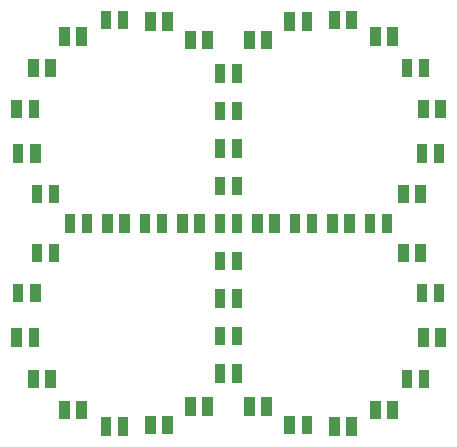
<source format=gbr>
G04 #@! TF.GenerationSoftware,KiCad,Pcbnew,5.0.2+dfsg1-1~bpo9+1*
G04 #@! TF.CreationDate,2019-04-08T01:26:04+03:00*
G04 #@! TF.ProjectId,kicad,6b696361-642e-46b6-9963-61645f706362,rev?*
G04 #@! TF.SameCoordinates,Original*
G04 #@! TF.FileFunction,Soldermask,Top*
G04 #@! TF.FilePolarity,Negative*
%FSLAX46Y46*%
G04 Gerber Fmt 4.6, Leading zero omitted, Abs format (unit mm)*
G04 Created by KiCad (PCBNEW 5.0.2+dfsg1-1~bpo9+1) date Mon 08 Apr 2019 01:26:04 AM MSK*
%MOMM*%
%LPD*%
G01*
G04 APERTURE LIST*
%ADD10C,0.100000*%
G04 APERTURE END LIST*
D10*
G36*
X115218507Y-121333679D02*
X114317707Y-121333679D01*
X114317707Y-119782879D01*
X115218507Y-119782879D01*
X115218507Y-121333679D01*
X115218507Y-121333679D01*
G37*
G36*
X133100292Y-121333679D02*
X132199492Y-121333679D01*
X132199492Y-119782879D01*
X133100292Y-119782879D01*
X133100292Y-121333679D01*
X133100292Y-121333679D01*
G37*
G36*
X134550292Y-121333679D02*
X133649492Y-121333679D01*
X133649492Y-119782879D01*
X134550292Y-119782879D01*
X134550292Y-121333679D01*
X134550292Y-121333679D01*
G37*
G36*
X113768507Y-121333679D02*
X112867707Y-121333679D01*
X112867707Y-119782879D01*
X113768507Y-119782879D01*
X113768507Y-121333679D01*
X113768507Y-121333679D01*
G37*
G36*
X129341831Y-121224319D02*
X128441031Y-121224319D01*
X128441031Y-119673519D01*
X129341831Y-119673519D01*
X129341831Y-121224319D01*
X129341831Y-121224319D01*
G37*
G36*
X118976968Y-121224319D02*
X118076168Y-121224319D01*
X118076168Y-119673519D01*
X118976968Y-119673519D01*
X118976968Y-121224319D01*
X118976968Y-121224319D01*
G37*
G36*
X130791831Y-121224319D02*
X129891031Y-121224319D01*
X129891031Y-119673519D01*
X130791831Y-119673519D01*
X130791831Y-121224319D01*
X130791831Y-121224319D01*
G37*
G36*
X117526968Y-121224319D02*
X116626168Y-121224319D01*
X116626168Y-119673519D01*
X117526968Y-119673519D01*
X117526968Y-121224319D01*
X117526968Y-121224319D01*
G37*
G36*
X138044687Y-119945445D02*
X137143887Y-119945445D01*
X137143887Y-118394645D01*
X138044687Y-118394645D01*
X138044687Y-119945445D01*
X138044687Y-119945445D01*
G37*
G36*
X136594687Y-119945445D02*
X135693887Y-119945445D01*
X135693887Y-118394645D01*
X136594687Y-118394645D01*
X136594687Y-119945445D01*
X136594687Y-119945445D01*
G37*
G36*
X110274112Y-119945445D02*
X109373312Y-119945445D01*
X109373312Y-118394645D01*
X110274112Y-118394645D01*
X110274112Y-119945445D01*
X110274112Y-119945445D01*
G37*
G36*
X111724112Y-119945445D02*
X110823312Y-119945445D01*
X110823312Y-118394645D01*
X111724112Y-118394645D01*
X111724112Y-119945445D01*
X111724112Y-119945445D01*
G37*
G36*
X120934733Y-119635252D02*
X120033933Y-119635252D01*
X120033933Y-118084452D01*
X120934733Y-118084452D01*
X120934733Y-119635252D01*
X120934733Y-119635252D01*
G37*
G36*
X127384066Y-119635252D02*
X126483266Y-119635252D01*
X126483266Y-118084452D01*
X127384066Y-118084452D01*
X127384066Y-119635252D01*
X127384066Y-119635252D01*
G37*
G36*
X125934066Y-119635252D02*
X125033266Y-119635252D01*
X125033266Y-118084452D01*
X125934066Y-118084452D01*
X125934066Y-119635252D01*
X125934066Y-119635252D01*
G37*
G36*
X122384733Y-119635252D02*
X121483933Y-119635252D01*
X121483933Y-118084452D01*
X122384733Y-118084452D01*
X122384733Y-119635252D01*
X122384733Y-119635252D01*
G37*
G36*
X109065354Y-117286687D02*
X108164554Y-117286687D01*
X108164554Y-115735887D01*
X109065354Y-115735887D01*
X109065354Y-117286687D01*
X109065354Y-117286687D01*
G37*
G36*
X139253445Y-117286687D02*
X138352645Y-117286687D01*
X138352645Y-115735887D01*
X139253445Y-115735887D01*
X139253445Y-117286687D01*
X139253445Y-117286687D01*
G37*
G36*
X140703445Y-117286687D02*
X139802645Y-117286687D01*
X139802645Y-115735887D01*
X140703445Y-115735887D01*
X140703445Y-117286687D01*
X140703445Y-117286687D01*
G37*
G36*
X107615354Y-117286687D02*
X106714554Y-117286687D01*
X106714554Y-115735887D01*
X107615354Y-115735887D01*
X107615354Y-117286687D01*
X107615354Y-117286687D01*
G37*
G36*
X124884400Y-116826400D02*
X123983600Y-116826400D01*
X123983600Y-115275600D01*
X124884400Y-115275600D01*
X124884400Y-116826400D01*
X124884400Y-116826400D01*
G37*
G36*
X123434400Y-116826400D02*
X122533600Y-116826400D01*
X122533600Y-115275600D01*
X123434400Y-115275600D01*
X123434400Y-116826400D01*
X123434400Y-116826400D01*
G37*
G36*
X107677120Y-113792292D02*
X106776320Y-113792292D01*
X106776320Y-112241492D01*
X107677120Y-112241492D01*
X107677120Y-113792292D01*
X107677120Y-113792292D01*
G37*
G36*
X106227120Y-113792292D02*
X105326320Y-113792292D01*
X105326320Y-112241492D01*
X106227120Y-112241492D01*
X106227120Y-113792292D01*
X106227120Y-113792292D01*
G37*
G36*
X142091679Y-113792292D02*
X141190879Y-113792292D01*
X141190879Y-112241492D01*
X142091679Y-112241492D01*
X142091679Y-113792292D01*
X142091679Y-113792292D01*
G37*
G36*
X140641679Y-113792292D02*
X139740879Y-113792292D01*
X139740879Y-112241492D01*
X140641679Y-112241492D01*
X140641679Y-113792292D01*
X140641679Y-113792292D01*
G37*
G36*
X123434400Y-113651399D02*
X122533600Y-113651399D01*
X122533600Y-112100599D01*
X123434400Y-112100599D01*
X123434400Y-113651399D01*
X123434400Y-113651399D01*
G37*
G36*
X124884400Y-113651399D02*
X123983600Y-113651399D01*
X123983600Y-112100599D01*
X124884400Y-112100599D01*
X124884400Y-113651399D01*
X124884400Y-113651399D01*
G37*
G36*
X124884400Y-110476400D02*
X123983600Y-110476400D01*
X123983600Y-108925600D01*
X124884400Y-108925600D01*
X124884400Y-110476400D01*
X124884400Y-110476400D01*
G37*
G36*
X123434400Y-110476400D02*
X122533600Y-110476400D01*
X122533600Y-108925600D01*
X123434400Y-108925600D01*
X123434400Y-110476400D01*
X123434400Y-110476400D01*
G37*
G36*
X106336480Y-110033831D02*
X105435680Y-110033831D01*
X105435680Y-108483031D01*
X106336480Y-108483031D01*
X106336480Y-110033831D01*
X106336480Y-110033831D01*
G37*
G36*
X140532319Y-110033831D02*
X139631519Y-110033831D01*
X139631519Y-108483031D01*
X140532319Y-108483031D01*
X140532319Y-110033831D01*
X140532319Y-110033831D01*
G37*
G36*
X141982319Y-110033831D02*
X141081519Y-110033831D01*
X141081519Y-108483031D01*
X141982319Y-108483031D01*
X141982319Y-110033831D01*
X141982319Y-110033831D01*
G37*
G36*
X107786480Y-110033831D02*
X106885680Y-110033831D01*
X106885680Y-108483031D01*
X107786480Y-108483031D01*
X107786480Y-110033831D01*
X107786480Y-110033831D01*
G37*
G36*
X124884400Y-107301400D02*
X123983600Y-107301400D01*
X123983600Y-105750600D01*
X124884400Y-105750600D01*
X124884400Y-107301400D01*
X124884400Y-107301400D01*
G37*
G36*
X123434400Y-107301400D02*
X122533600Y-107301400D01*
X122533600Y-105750600D01*
X123434400Y-105750600D01*
X123434400Y-107301400D01*
X123434400Y-107301400D01*
G37*
G36*
X138943252Y-106626066D02*
X138042452Y-106626066D01*
X138042452Y-105075266D01*
X138943252Y-105075266D01*
X138943252Y-106626066D01*
X138943252Y-106626066D01*
G37*
G36*
X140393252Y-106626066D02*
X139492452Y-106626066D01*
X139492452Y-105075266D01*
X140393252Y-105075266D01*
X140393252Y-106626066D01*
X140393252Y-106626066D01*
G37*
G36*
X107925547Y-106626066D02*
X107024747Y-106626066D01*
X107024747Y-105075266D01*
X107925547Y-105075266D01*
X107925547Y-106626066D01*
X107925547Y-106626066D01*
G37*
G36*
X109375547Y-106626066D02*
X108474747Y-106626066D01*
X108474747Y-105075266D01*
X109375547Y-105075266D01*
X109375547Y-106626066D01*
X109375547Y-106626066D01*
G37*
G36*
X118534400Y-104126400D02*
X117633600Y-104126400D01*
X117633600Y-102575600D01*
X118534400Y-102575600D01*
X118534400Y-104126400D01*
X118534400Y-104126400D01*
G37*
G36*
X117084400Y-104126400D02*
X116183600Y-104126400D01*
X116183600Y-102575600D01*
X117084400Y-102575600D01*
X117084400Y-104126400D01*
X117084400Y-104126400D01*
G37*
G36*
X129784400Y-104126400D02*
X128883600Y-104126400D01*
X128883600Y-102575600D01*
X129784400Y-102575600D01*
X129784400Y-104126400D01*
X129784400Y-104126400D01*
G37*
G36*
X131234400Y-104126400D02*
X130333600Y-104126400D01*
X130333600Y-102575600D01*
X131234400Y-102575600D01*
X131234400Y-104126400D01*
X131234400Y-104126400D01*
G37*
G36*
X128059400Y-104126400D02*
X127158600Y-104126400D01*
X127158600Y-102575600D01*
X128059400Y-102575600D01*
X128059400Y-104126400D01*
X128059400Y-104126400D01*
G37*
G36*
X121709400Y-104126400D02*
X120808600Y-104126400D01*
X120808600Y-102575600D01*
X121709400Y-102575600D01*
X121709400Y-104126400D01*
X121709400Y-104126400D01*
G37*
G36*
X120259400Y-104126400D02*
X119358600Y-104126400D01*
X119358600Y-102575600D01*
X120259400Y-102575600D01*
X120259400Y-104126400D01*
X120259400Y-104126400D01*
G37*
G36*
X126609400Y-104126400D02*
X125708600Y-104126400D01*
X125708600Y-102575600D01*
X126609400Y-102575600D01*
X126609400Y-104126400D01*
X126609400Y-104126400D01*
G37*
G36*
X110734400Y-104126400D02*
X109833600Y-104126400D01*
X109833600Y-102575600D01*
X110734400Y-102575600D01*
X110734400Y-104126400D01*
X110734400Y-104126400D01*
G37*
G36*
X123434400Y-104126400D02*
X122533600Y-104126400D01*
X122533600Y-102575600D01*
X123434400Y-102575600D01*
X123434400Y-104126400D01*
X123434400Y-104126400D01*
G37*
G36*
X136134400Y-104126400D02*
X135233600Y-104126400D01*
X135233600Y-102575600D01*
X136134400Y-102575600D01*
X136134400Y-104126400D01*
X136134400Y-104126400D01*
G37*
G36*
X134409400Y-104126400D02*
X133508600Y-104126400D01*
X133508600Y-102575600D01*
X134409400Y-102575600D01*
X134409400Y-104126400D01*
X134409400Y-104126400D01*
G37*
G36*
X112184400Y-104126400D02*
X111283600Y-104126400D01*
X111283600Y-102575600D01*
X112184400Y-102575600D01*
X112184400Y-104126400D01*
X112184400Y-104126400D01*
G37*
G36*
X132959400Y-104126400D02*
X132058600Y-104126400D01*
X132058600Y-102575600D01*
X132959400Y-102575600D01*
X132959400Y-104126400D01*
X132959400Y-104126400D01*
G37*
G36*
X115359400Y-104126400D02*
X114458600Y-104126400D01*
X114458600Y-102575600D01*
X115359400Y-102575600D01*
X115359400Y-104126400D01*
X115359400Y-104126400D01*
G37*
G36*
X113909400Y-104126400D02*
X113008600Y-104126400D01*
X113008600Y-102575600D01*
X113909400Y-102575600D01*
X113909400Y-104126400D01*
X113909400Y-104126400D01*
G37*
G36*
X124884400Y-104126400D02*
X123983600Y-104126400D01*
X123983600Y-102575600D01*
X124884400Y-102575600D01*
X124884400Y-104126400D01*
X124884400Y-104126400D01*
G37*
G36*
X137584400Y-104126400D02*
X136683600Y-104126400D01*
X136683600Y-102575600D01*
X137584400Y-102575600D01*
X137584400Y-104126400D01*
X137584400Y-104126400D01*
G37*
G36*
X140393252Y-101626733D02*
X139492452Y-101626733D01*
X139492452Y-100075933D01*
X140393252Y-100075933D01*
X140393252Y-101626733D01*
X140393252Y-101626733D01*
G37*
G36*
X138943252Y-101626733D02*
X138042452Y-101626733D01*
X138042452Y-100075933D01*
X138943252Y-100075933D01*
X138943252Y-101626733D01*
X138943252Y-101626733D01*
G37*
G36*
X109375547Y-101626733D02*
X108474747Y-101626733D01*
X108474747Y-100075933D01*
X109375547Y-100075933D01*
X109375547Y-101626733D01*
X109375547Y-101626733D01*
G37*
G36*
X107925547Y-101626733D02*
X107024747Y-101626733D01*
X107024747Y-100075933D01*
X107925547Y-100075933D01*
X107925547Y-101626733D01*
X107925547Y-101626733D01*
G37*
G36*
X123434400Y-100951400D02*
X122533600Y-100951400D01*
X122533600Y-99400600D01*
X123434400Y-99400600D01*
X123434400Y-100951400D01*
X123434400Y-100951400D01*
G37*
G36*
X124884400Y-100951400D02*
X123983600Y-100951400D01*
X123983600Y-99400600D01*
X124884400Y-99400600D01*
X124884400Y-100951400D01*
X124884400Y-100951400D01*
G37*
G36*
X106336480Y-98218968D02*
X105435680Y-98218968D01*
X105435680Y-96668168D01*
X106336480Y-96668168D01*
X106336480Y-98218968D01*
X106336480Y-98218968D01*
G37*
G36*
X141982319Y-98218968D02*
X141081519Y-98218968D01*
X141081519Y-96668168D01*
X141982319Y-96668168D01*
X141982319Y-98218968D01*
X141982319Y-98218968D01*
G37*
G36*
X140532319Y-98218968D02*
X139631519Y-98218968D01*
X139631519Y-96668168D01*
X140532319Y-96668168D01*
X140532319Y-98218968D01*
X140532319Y-98218968D01*
G37*
G36*
X107786480Y-98218968D02*
X106885680Y-98218968D01*
X106885680Y-96668168D01*
X107786480Y-96668168D01*
X107786480Y-98218968D01*
X107786480Y-98218968D01*
G37*
G36*
X123434400Y-97776400D02*
X122533600Y-97776400D01*
X122533600Y-96225600D01*
X123434400Y-96225600D01*
X123434400Y-97776400D01*
X123434400Y-97776400D01*
G37*
G36*
X124884400Y-97776400D02*
X123983600Y-97776400D01*
X123983600Y-96225600D01*
X124884400Y-96225600D01*
X124884400Y-97776400D01*
X124884400Y-97776400D01*
G37*
G36*
X124884400Y-94601400D02*
X123983600Y-94601400D01*
X123983600Y-93050600D01*
X124884400Y-93050600D01*
X124884400Y-94601400D01*
X124884400Y-94601400D01*
G37*
G36*
X123434400Y-94601400D02*
X122533600Y-94601400D01*
X122533600Y-93050600D01*
X123434400Y-93050600D01*
X123434400Y-94601400D01*
X123434400Y-94601400D01*
G37*
G36*
X142091679Y-94460507D02*
X141190879Y-94460507D01*
X141190879Y-92909707D01*
X142091679Y-92909707D01*
X142091679Y-94460507D01*
X142091679Y-94460507D01*
G37*
G36*
X106227120Y-94460507D02*
X105326320Y-94460507D01*
X105326320Y-92909707D01*
X106227120Y-92909707D01*
X106227120Y-94460507D01*
X106227120Y-94460507D01*
G37*
G36*
X140641679Y-94460507D02*
X139740879Y-94460507D01*
X139740879Y-92909707D01*
X140641679Y-92909707D01*
X140641679Y-94460507D01*
X140641679Y-94460507D01*
G37*
G36*
X107677120Y-94460507D02*
X106776320Y-94460507D01*
X106776320Y-92909707D01*
X107677120Y-92909707D01*
X107677120Y-94460507D01*
X107677120Y-94460507D01*
G37*
G36*
X123434400Y-91426400D02*
X122533600Y-91426400D01*
X122533600Y-89875600D01*
X123434400Y-89875600D01*
X123434400Y-91426400D01*
X123434400Y-91426400D01*
G37*
G36*
X124884400Y-91426400D02*
X123983600Y-91426400D01*
X123983600Y-89875600D01*
X124884400Y-89875600D01*
X124884400Y-91426400D01*
X124884400Y-91426400D01*
G37*
G36*
X107615354Y-90966112D02*
X106714554Y-90966112D01*
X106714554Y-89415312D01*
X107615354Y-89415312D01*
X107615354Y-90966112D01*
X107615354Y-90966112D01*
G37*
G36*
X139253445Y-90966112D02*
X138352645Y-90966112D01*
X138352645Y-89415312D01*
X139253445Y-89415312D01*
X139253445Y-90966112D01*
X139253445Y-90966112D01*
G37*
G36*
X140703445Y-90966112D02*
X139802645Y-90966112D01*
X139802645Y-89415312D01*
X140703445Y-89415312D01*
X140703445Y-90966112D01*
X140703445Y-90966112D01*
G37*
G36*
X109065354Y-90966112D02*
X108164554Y-90966112D01*
X108164554Y-89415312D01*
X109065354Y-89415312D01*
X109065354Y-90966112D01*
X109065354Y-90966112D01*
G37*
G36*
X127384066Y-88617547D02*
X126483266Y-88617547D01*
X126483266Y-87066747D01*
X127384066Y-87066747D01*
X127384066Y-88617547D01*
X127384066Y-88617547D01*
G37*
G36*
X125934066Y-88617547D02*
X125033266Y-88617547D01*
X125033266Y-87066747D01*
X125934066Y-87066747D01*
X125934066Y-88617547D01*
X125934066Y-88617547D01*
G37*
G36*
X122384733Y-88617547D02*
X121483933Y-88617547D01*
X121483933Y-87066747D01*
X122384733Y-87066747D01*
X122384733Y-88617547D01*
X122384733Y-88617547D01*
G37*
G36*
X120934733Y-88617547D02*
X120033933Y-88617547D01*
X120033933Y-87066747D01*
X120934733Y-87066747D01*
X120934733Y-88617547D01*
X120934733Y-88617547D01*
G37*
G36*
X110274112Y-88307354D02*
X109373312Y-88307354D01*
X109373312Y-86756554D01*
X110274112Y-86756554D01*
X110274112Y-88307354D01*
X110274112Y-88307354D01*
G37*
G36*
X138044687Y-88307354D02*
X137143887Y-88307354D01*
X137143887Y-86756554D01*
X138044687Y-86756554D01*
X138044687Y-88307354D01*
X138044687Y-88307354D01*
G37*
G36*
X136594687Y-88307354D02*
X135693887Y-88307354D01*
X135693887Y-86756554D01*
X136594687Y-86756554D01*
X136594687Y-88307354D01*
X136594687Y-88307354D01*
G37*
G36*
X111724112Y-88307354D02*
X110823312Y-88307354D01*
X110823312Y-86756554D01*
X111724112Y-86756554D01*
X111724112Y-88307354D01*
X111724112Y-88307354D01*
G37*
G36*
X129341831Y-87028480D02*
X128441031Y-87028480D01*
X128441031Y-85477680D01*
X129341831Y-85477680D01*
X129341831Y-87028480D01*
X129341831Y-87028480D01*
G37*
G36*
X118976968Y-87028480D02*
X118076168Y-87028480D01*
X118076168Y-85477680D01*
X118976968Y-85477680D01*
X118976968Y-87028480D01*
X118976968Y-87028480D01*
G37*
G36*
X117526968Y-87028480D02*
X116626168Y-87028480D01*
X116626168Y-85477680D01*
X117526968Y-85477680D01*
X117526968Y-87028480D01*
X117526968Y-87028480D01*
G37*
G36*
X130791831Y-87028480D02*
X129891031Y-87028480D01*
X129891031Y-85477680D01*
X130791831Y-85477680D01*
X130791831Y-87028480D01*
X130791831Y-87028480D01*
G37*
G36*
X113768507Y-86919120D02*
X112867707Y-86919120D01*
X112867707Y-85368320D01*
X113768507Y-85368320D01*
X113768507Y-86919120D01*
X113768507Y-86919120D01*
G37*
G36*
X133100292Y-86919120D02*
X132199492Y-86919120D01*
X132199492Y-85368320D01*
X133100292Y-85368320D01*
X133100292Y-86919120D01*
X133100292Y-86919120D01*
G37*
G36*
X115218507Y-86919120D02*
X114317707Y-86919120D01*
X114317707Y-85368320D01*
X115218507Y-85368320D01*
X115218507Y-86919120D01*
X115218507Y-86919120D01*
G37*
G36*
X134550292Y-86919120D02*
X133649492Y-86919120D01*
X133649492Y-85368320D01*
X134550292Y-85368320D01*
X134550292Y-86919120D01*
X134550292Y-86919120D01*
G37*
M02*

</source>
